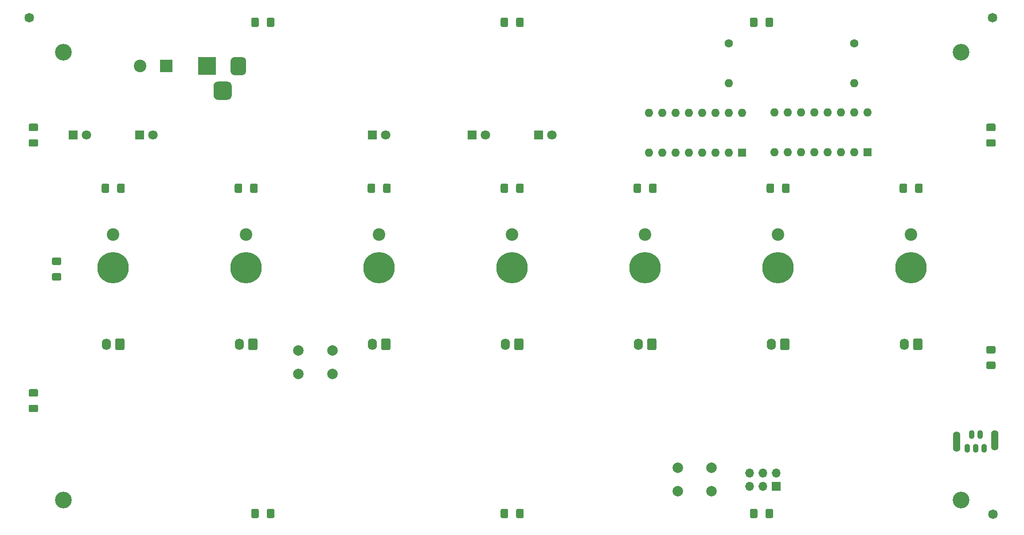
<source format=gts>
G04 #@! TF.GenerationSoftware,KiCad,Pcbnew,(5.1.10)-1*
G04 #@! TF.CreationDate,2021-09-06T17:19:25-07:00*
G04 #@! TF.ProjectId,TBM930 - De-ice panel,54424d39-3330-4202-9d20-44652d696365,rev?*
G04 #@! TF.SameCoordinates,Original*
G04 #@! TF.FileFunction,Soldermask,Top*
G04 #@! TF.FilePolarity,Negative*
%FSLAX46Y46*%
G04 Gerber Fmt 4.6, Leading zero omitted, Abs format (unit mm)*
G04 Created by KiCad (PCBNEW (5.1.10)-1) date 2021-09-06 17:19:25*
%MOMM*%
%LPD*%
G01*
G04 APERTURE LIST*
%ADD10C,1.820000*%
%ADD11C,2.000000*%
%ADD12R,1.700000X1.700000*%
%ADD13O,1.700000X1.700000*%
%ADD14C,3.200000*%
%ADD15C,6.000000*%
%ADD16C,2.400000*%
%ADD17R,1.800000X1.800000*%
%ADD18C,1.800000*%
%ADD19O,1.740000X2.190000*%
%ADD20R,1.600000X1.600000*%
%ADD21O,1.600000X1.600000*%
%ADD22R,2.400000X2.400000*%
%ADD23C,1.600000*%
%ADD24R,3.500000X3.500000*%
%ADD25O,1.100000X1.700000*%
%ADD26O,1.400000X3.900000*%
G04 APERTURE END LIST*
D10*
X226470000Y-140445000D03*
X226370000Y-45445000D03*
X42370000Y-45445000D03*
D11*
X172720000Y-136072000D03*
X172720000Y-131572000D03*
X166220000Y-136072000D03*
X166220000Y-131572000D03*
D12*
X185070000Y-135095000D03*
D13*
X185070000Y-132555000D03*
X182530000Y-135095000D03*
X182530000Y-132555000D03*
X179990000Y-135095000D03*
X179990000Y-132555000D03*
D11*
X100270000Y-109145000D03*
X100270000Y-113645000D03*
X93770000Y-109145000D03*
X93770000Y-113645000D03*
D14*
X220345000Y-137795000D03*
X220345000Y-52070000D03*
X48895000Y-137795000D03*
X48895000Y-52070000D03*
D15*
X210820000Y-93345000D03*
D16*
X210820000Y-86945000D03*
D15*
X185420000Y-93345000D03*
D16*
X185420000Y-86945000D03*
D15*
X160020000Y-93345000D03*
D16*
X160020000Y-86945000D03*
D15*
X134620000Y-93345000D03*
D16*
X134620000Y-86945000D03*
D15*
X109220000Y-93345000D03*
D16*
X109220000Y-86945000D03*
D15*
X83820000Y-93345000D03*
D16*
X83820000Y-86945000D03*
D15*
X58420000Y-93345000D03*
D16*
X58420000Y-86945000D03*
D17*
X50800000Y-67945000D03*
D18*
X53340000Y-67945000D03*
X66040000Y-67945000D03*
D17*
X63500000Y-67945000D03*
X107950000Y-67945000D03*
D18*
X110490000Y-67945000D03*
X129540000Y-67945000D03*
D17*
X127000000Y-67945000D03*
X139700000Y-67945000D03*
D18*
X142240000Y-67945000D03*
G36*
G01*
X60560000Y-107104999D02*
X60560000Y-108795001D01*
G75*
G02*
X60310001Y-109045000I-249999J0D01*
G01*
X59069999Y-109045000D01*
G75*
G02*
X58820000Y-108795001I0J249999D01*
G01*
X58820000Y-107104999D01*
G75*
G02*
X59069999Y-106855000I249999J0D01*
G01*
X60310001Y-106855000D01*
G75*
G02*
X60560000Y-107104999I0J-249999D01*
G01*
G37*
D19*
X57150000Y-107950000D03*
X82550000Y-107950000D03*
G36*
G01*
X85960000Y-107104999D02*
X85960000Y-108795001D01*
G75*
G02*
X85710001Y-109045000I-249999J0D01*
G01*
X84469999Y-109045000D01*
G75*
G02*
X84220000Y-108795001I0J249999D01*
G01*
X84220000Y-107104999D01*
G75*
G02*
X84469999Y-106855000I249999J0D01*
G01*
X85710001Y-106855000D01*
G75*
G02*
X85960000Y-107104999I0J-249999D01*
G01*
G37*
G36*
G01*
X111360000Y-107104999D02*
X111360000Y-108795001D01*
G75*
G02*
X111110001Y-109045000I-249999J0D01*
G01*
X109869999Y-109045000D01*
G75*
G02*
X109620000Y-108795001I0J249999D01*
G01*
X109620000Y-107104999D01*
G75*
G02*
X109869999Y-106855000I249999J0D01*
G01*
X111110001Y-106855000D01*
G75*
G02*
X111360000Y-107104999I0J-249999D01*
G01*
G37*
X107950000Y-107950000D03*
X133350000Y-107950000D03*
G36*
G01*
X136760000Y-107104999D02*
X136760000Y-108795001D01*
G75*
G02*
X136510001Y-109045000I-249999J0D01*
G01*
X135269999Y-109045000D01*
G75*
G02*
X135020000Y-108795001I0J249999D01*
G01*
X135020000Y-107104999D01*
G75*
G02*
X135269999Y-106855000I249999J0D01*
G01*
X136510001Y-106855000D01*
G75*
G02*
X136760000Y-107104999I0J-249999D01*
G01*
G37*
G36*
G01*
X162160000Y-107104999D02*
X162160000Y-108795001D01*
G75*
G02*
X161910001Y-109045000I-249999J0D01*
G01*
X160669999Y-109045000D01*
G75*
G02*
X160420000Y-108795001I0J249999D01*
G01*
X160420000Y-107104999D01*
G75*
G02*
X160669999Y-106855000I249999J0D01*
G01*
X161910001Y-106855000D01*
G75*
G02*
X162160000Y-107104999I0J-249999D01*
G01*
G37*
X158750000Y-107950000D03*
X184150000Y-107950000D03*
G36*
G01*
X187560000Y-107104999D02*
X187560000Y-108795001D01*
G75*
G02*
X187310001Y-109045000I-249999J0D01*
G01*
X186069999Y-109045000D01*
G75*
G02*
X185820000Y-108795001I0J249999D01*
G01*
X185820000Y-107104999D01*
G75*
G02*
X186069999Y-106855000I249999J0D01*
G01*
X187310001Y-106855000D01*
G75*
G02*
X187560000Y-107104999I0J-249999D01*
G01*
G37*
G36*
G01*
X212960000Y-107104999D02*
X212960000Y-108795001D01*
G75*
G02*
X212710001Y-109045000I-249999J0D01*
G01*
X211469999Y-109045000D01*
G75*
G02*
X211220000Y-108795001I0J249999D01*
G01*
X211220000Y-107104999D01*
G75*
G02*
X211469999Y-106855000I249999J0D01*
G01*
X212710001Y-106855000D01*
G75*
G02*
X212960000Y-107104999I0J-249999D01*
G01*
G37*
X209550000Y-107950000D03*
D20*
X178500000Y-71267000D03*
D21*
X160720000Y-63647000D03*
X175960000Y-71267000D03*
X163260000Y-63647000D03*
X173420000Y-71267000D03*
X165800000Y-63647000D03*
X170880000Y-71267000D03*
X168340000Y-63647000D03*
X168340000Y-71267000D03*
X170880000Y-63647000D03*
X165800000Y-71267000D03*
X173420000Y-63647000D03*
X163260000Y-71267000D03*
X175960000Y-63647000D03*
X160720000Y-71267000D03*
X178500000Y-63647000D03*
X202500000Y-63624000D03*
X184720000Y-71244000D03*
X199960000Y-63624000D03*
X187260000Y-71244000D03*
X197420000Y-63624000D03*
X189800000Y-71244000D03*
X194880000Y-63624000D03*
X192340000Y-71244000D03*
X192340000Y-63624000D03*
X194880000Y-71244000D03*
X189800000Y-63624000D03*
X197420000Y-71244000D03*
X187260000Y-63624000D03*
X199960000Y-71244000D03*
X184720000Y-63624000D03*
D20*
X202500000Y-71244000D03*
D22*
X68570000Y-54695000D03*
D16*
X63570000Y-54695000D03*
D21*
X175970000Y-57965000D03*
D23*
X175970000Y-50345000D03*
X199970000Y-50345000D03*
D21*
X199970000Y-57965000D03*
G36*
G01*
X48250000Y-95762500D02*
X47000000Y-95762500D01*
G75*
G02*
X46750000Y-95512500I0J250000D01*
G01*
X46750000Y-94587500D01*
G75*
G02*
X47000000Y-94337500I250000J0D01*
G01*
X48250000Y-94337500D01*
G75*
G02*
X48500000Y-94587500I0J-250000D01*
G01*
X48500000Y-95512500D01*
G75*
G02*
X48250000Y-95762500I-250000J0D01*
G01*
G37*
G36*
G01*
X48250000Y-92787500D02*
X47000000Y-92787500D01*
G75*
G02*
X46750000Y-92537500I0J250000D01*
G01*
X46750000Y-91612500D01*
G75*
G02*
X47000000Y-91362500I250000J0D01*
G01*
X48250000Y-91362500D01*
G75*
G02*
X48500000Y-91612500I0J-250000D01*
G01*
X48500000Y-92537500D01*
G75*
G02*
X48250000Y-92787500I-250000J0D01*
G01*
G37*
G36*
G01*
X60620000Y-77480000D02*
X60620000Y-78730000D01*
G75*
G02*
X60370000Y-78980000I-250000J0D01*
G01*
X59445000Y-78980000D01*
G75*
G02*
X59195000Y-78730000I0J250000D01*
G01*
X59195000Y-77480000D01*
G75*
G02*
X59445000Y-77230000I250000J0D01*
G01*
X60370000Y-77230000D01*
G75*
G02*
X60620000Y-77480000I0J-250000D01*
G01*
G37*
G36*
G01*
X57645000Y-77480000D02*
X57645000Y-78730000D01*
G75*
G02*
X57395000Y-78980000I-250000J0D01*
G01*
X56470000Y-78980000D01*
G75*
G02*
X56220000Y-78730000I0J250000D01*
G01*
X56220000Y-77480000D01*
G75*
G02*
X56470000Y-77230000I250000J0D01*
G01*
X57395000Y-77230000D01*
G75*
G02*
X57645000Y-77480000I0J-250000D01*
G01*
G37*
G36*
G01*
X83045000Y-77480000D02*
X83045000Y-78730000D01*
G75*
G02*
X82795000Y-78980000I-250000J0D01*
G01*
X81870000Y-78980000D01*
G75*
G02*
X81620000Y-78730000I0J250000D01*
G01*
X81620000Y-77480000D01*
G75*
G02*
X81870000Y-77230000I250000J0D01*
G01*
X82795000Y-77230000D01*
G75*
G02*
X83045000Y-77480000I0J-250000D01*
G01*
G37*
G36*
G01*
X86020000Y-77480000D02*
X86020000Y-78730000D01*
G75*
G02*
X85770000Y-78980000I-250000J0D01*
G01*
X84845000Y-78980000D01*
G75*
G02*
X84595000Y-78730000I0J250000D01*
G01*
X84595000Y-77480000D01*
G75*
G02*
X84845000Y-77230000I250000J0D01*
G01*
X85770000Y-77230000D01*
G75*
G02*
X86020000Y-77480000I0J-250000D01*
G01*
G37*
G36*
G01*
X108445000Y-77480000D02*
X108445000Y-78730000D01*
G75*
G02*
X108195000Y-78980000I-250000J0D01*
G01*
X107270000Y-78980000D01*
G75*
G02*
X107020000Y-78730000I0J250000D01*
G01*
X107020000Y-77480000D01*
G75*
G02*
X107270000Y-77230000I250000J0D01*
G01*
X108195000Y-77230000D01*
G75*
G02*
X108445000Y-77480000I0J-250000D01*
G01*
G37*
G36*
G01*
X111420000Y-77480000D02*
X111420000Y-78730000D01*
G75*
G02*
X111170000Y-78980000I-250000J0D01*
G01*
X110245000Y-78980000D01*
G75*
G02*
X109995000Y-78730000I0J250000D01*
G01*
X109995000Y-77480000D01*
G75*
G02*
X110245000Y-77230000I250000J0D01*
G01*
X111170000Y-77230000D01*
G75*
G02*
X111420000Y-77480000I0J-250000D01*
G01*
G37*
G36*
G01*
X136820000Y-77480000D02*
X136820000Y-78730000D01*
G75*
G02*
X136570000Y-78980000I-250000J0D01*
G01*
X135645000Y-78980000D01*
G75*
G02*
X135395000Y-78730000I0J250000D01*
G01*
X135395000Y-77480000D01*
G75*
G02*
X135645000Y-77230000I250000J0D01*
G01*
X136570000Y-77230000D01*
G75*
G02*
X136820000Y-77480000I0J-250000D01*
G01*
G37*
G36*
G01*
X133845000Y-77480000D02*
X133845000Y-78730000D01*
G75*
G02*
X133595000Y-78980000I-250000J0D01*
G01*
X132670000Y-78980000D01*
G75*
G02*
X132420000Y-78730000I0J250000D01*
G01*
X132420000Y-77480000D01*
G75*
G02*
X132670000Y-77230000I250000J0D01*
G01*
X133595000Y-77230000D01*
G75*
G02*
X133845000Y-77480000I0J-250000D01*
G01*
G37*
G36*
G01*
X159245000Y-77480000D02*
X159245000Y-78730000D01*
G75*
G02*
X158995000Y-78980000I-250000J0D01*
G01*
X158070000Y-78980000D01*
G75*
G02*
X157820000Y-78730000I0J250000D01*
G01*
X157820000Y-77480000D01*
G75*
G02*
X158070000Y-77230000I250000J0D01*
G01*
X158995000Y-77230000D01*
G75*
G02*
X159245000Y-77480000I0J-250000D01*
G01*
G37*
G36*
G01*
X162220000Y-77480000D02*
X162220000Y-78730000D01*
G75*
G02*
X161970000Y-78980000I-250000J0D01*
G01*
X161045000Y-78980000D01*
G75*
G02*
X160795000Y-78730000I0J250000D01*
G01*
X160795000Y-77480000D01*
G75*
G02*
X161045000Y-77230000I250000J0D01*
G01*
X161970000Y-77230000D01*
G75*
G02*
X162220000Y-77480000I0J-250000D01*
G01*
G37*
G36*
G01*
X187620000Y-77480000D02*
X187620000Y-78730000D01*
G75*
G02*
X187370000Y-78980000I-250000J0D01*
G01*
X186445000Y-78980000D01*
G75*
G02*
X186195000Y-78730000I0J250000D01*
G01*
X186195000Y-77480000D01*
G75*
G02*
X186445000Y-77230000I250000J0D01*
G01*
X187370000Y-77230000D01*
G75*
G02*
X187620000Y-77480000I0J-250000D01*
G01*
G37*
G36*
G01*
X184645000Y-77480000D02*
X184645000Y-78730000D01*
G75*
G02*
X184395000Y-78980000I-250000J0D01*
G01*
X183470000Y-78980000D01*
G75*
G02*
X183220000Y-78730000I0J250000D01*
G01*
X183220000Y-77480000D01*
G75*
G02*
X183470000Y-77230000I250000J0D01*
G01*
X184395000Y-77230000D01*
G75*
G02*
X184645000Y-77480000I0J-250000D01*
G01*
G37*
G36*
G01*
X210045000Y-77480000D02*
X210045000Y-78730000D01*
G75*
G02*
X209795000Y-78980000I-250000J0D01*
G01*
X208870000Y-78980000D01*
G75*
G02*
X208620000Y-78730000I0J250000D01*
G01*
X208620000Y-77480000D01*
G75*
G02*
X208870000Y-77230000I250000J0D01*
G01*
X209795000Y-77230000D01*
G75*
G02*
X210045000Y-77480000I0J-250000D01*
G01*
G37*
G36*
G01*
X213020000Y-77480000D02*
X213020000Y-78730000D01*
G75*
G02*
X212770000Y-78980000I-250000J0D01*
G01*
X211845000Y-78980000D01*
G75*
G02*
X211595000Y-78730000I0J250000D01*
G01*
X211595000Y-77480000D01*
G75*
G02*
X211845000Y-77230000I250000J0D01*
G01*
X212770000Y-77230000D01*
G75*
G02*
X213020000Y-77480000I0J-250000D01*
G01*
G37*
G36*
G01*
X86220000Y-45730000D02*
X86220000Y-46980000D01*
G75*
G02*
X85970000Y-47230000I-250000J0D01*
G01*
X85045000Y-47230000D01*
G75*
G02*
X84795000Y-46980000I0J250000D01*
G01*
X84795000Y-45730000D01*
G75*
G02*
X85045000Y-45480000I250000J0D01*
G01*
X85970000Y-45480000D01*
G75*
G02*
X86220000Y-45730000I0J-250000D01*
G01*
G37*
G36*
G01*
X89195000Y-45730000D02*
X89195000Y-46980000D01*
G75*
G02*
X88945000Y-47230000I-250000J0D01*
G01*
X88020000Y-47230000D01*
G75*
G02*
X87770000Y-46980000I0J250000D01*
G01*
X87770000Y-45730000D01*
G75*
G02*
X88020000Y-45480000I250000J0D01*
G01*
X88945000Y-45480000D01*
G75*
G02*
X89195000Y-45730000I0J-250000D01*
G01*
G37*
G36*
G01*
X136820000Y-45730000D02*
X136820000Y-46980000D01*
G75*
G02*
X136570000Y-47230000I-250000J0D01*
G01*
X135645000Y-47230000D01*
G75*
G02*
X135395000Y-46980000I0J250000D01*
G01*
X135395000Y-45730000D01*
G75*
G02*
X135645000Y-45480000I250000J0D01*
G01*
X136570000Y-45480000D01*
G75*
G02*
X136820000Y-45730000I0J-250000D01*
G01*
G37*
G36*
G01*
X133845000Y-45730000D02*
X133845000Y-46980000D01*
G75*
G02*
X133595000Y-47230000I-250000J0D01*
G01*
X132670000Y-47230000D01*
G75*
G02*
X132420000Y-46980000I0J250000D01*
G01*
X132420000Y-45730000D01*
G75*
G02*
X132670000Y-45480000I250000J0D01*
G01*
X133595000Y-45480000D01*
G75*
G02*
X133845000Y-45730000I0J-250000D01*
G01*
G37*
G36*
G01*
X181470000Y-45730000D02*
X181470000Y-46980000D01*
G75*
G02*
X181220000Y-47230000I-250000J0D01*
G01*
X180295000Y-47230000D01*
G75*
G02*
X180045000Y-46980000I0J250000D01*
G01*
X180045000Y-45730000D01*
G75*
G02*
X180295000Y-45480000I250000J0D01*
G01*
X181220000Y-45480000D01*
G75*
G02*
X181470000Y-45730000I0J-250000D01*
G01*
G37*
G36*
G01*
X184445000Y-45730000D02*
X184445000Y-46980000D01*
G75*
G02*
X184195000Y-47230000I-250000J0D01*
G01*
X183270000Y-47230000D01*
G75*
G02*
X183020000Y-46980000I0J250000D01*
G01*
X183020000Y-45730000D01*
G75*
G02*
X183270000Y-45480000I250000J0D01*
G01*
X184195000Y-45480000D01*
G75*
G02*
X184445000Y-45730000I0J-250000D01*
G01*
G37*
G36*
G01*
X89195000Y-139710000D02*
X89195000Y-140960000D01*
G75*
G02*
X88945000Y-141210000I-250000J0D01*
G01*
X88020000Y-141210000D01*
G75*
G02*
X87770000Y-140960000I0J250000D01*
G01*
X87770000Y-139710000D01*
G75*
G02*
X88020000Y-139460000I250000J0D01*
G01*
X88945000Y-139460000D01*
G75*
G02*
X89195000Y-139710000I0J-250000D01*
G01*
G37*
G36*
G01*
X86220000Y-139710000D02*
X86220000Y-140960000D01*
G75*
G02*
X85970000Y-141210000I-250000J0D01*
G01*
X85045000Y-141210000D01*
G75*
G02*
X84795000Y-140960000I0J250000D01*
G01*
X84795000Y-139710000D01*
G75*
G02*
X85045000Y-139460000I250000J0D01*
G01*
X85970000Y-139460000D01*
G75*
G02*
X86220000Y-139710000I0J-250000D01*
G01*
G37*
G36*
G01*
X133845000Y-139710000D02*
X133845000Y-140960000D01*
G75*
G02*
X133595000Y-141210000I-250000J0D01*
G01*
X132670000Y-141210000D01*
G75*
G02*
X132420000Y-140960000I0J250000D01*
G01*
X132420000Y-139710000D01*
G75*
G02*
X132670000Y-139460000I250000J0D01*
G01*
X133595000Y-139460000D01*
G75*
G02*
X133845000Y-139710000I0J-250000D01*
G01*
G37*
G36*
G01*
X136820000Y-139710000D02*
X136820000Y-140960000D01*
G75*
G02*
X136570000Y-141210000I-250000J0D01*
G01*
X135645000Y-141210000D01*
G75*
G02*
X135395000Y-140960000I0J250000D01*
G01*
X135395000Y-139710000D01*
G75*
G02*
X135645000Y-139460000I250000J0D01*
G01*
X136570000Y-139460000D01*
G75*
G02*
X136820000Y-139710000I0J-250000D01*
G01*
G37*
G36*
G01*
X184445000Y-139710000D02*
X184445000Y-140960000D01*
G75*
G02*
X184195000Y-141210000I-250000J0D01*
G01*
X183270000Y-141210000D01*
G75*
G02*
X183020000Y-140960000I0J250000D01*
G01*
X183020000Y-139710000D01*
G75*
G02*
X183270000Y-139460000I250000J0D01*
G01*
X184195000Y-139460000D01*
G75*
G02*
X184445000Y-139710000I0J-250000D01*
G01*
G37*
G36*
G01*
X181470000Y-139710000D02*
X181470000Y-140960000D01*
G75*
G02*
X181220000Y-141210000I-250000J0D01*
G01*
X180295000Y-141210000D01*
G75*
G02*
X180045000Y-140960000I0J250000D01*
G01*
X180045000Y-139710000D01*
G75*
G02*
X180295000Y-139460000I250000J0D01*
G01*
X181220000Y-139460000D01*
G75*
G02*
X181470000Y-139710000I0J-250000D01*
G01*
G37*
G36*
G01*
X43805000Y-67170000D02*
X42555000Y-67170000D01*
G75*
G02*
X42305000Y-66920000I0J250000D01*
G01*
X42305000Y-65995000D01*
G75*
G02*
X42555000Y-65745000I250000J0D01*
G01*
X43805000Y-65745000D01*
G75*
G02*
X44055000Y-65995000I0J-250000D01*
G01*
X44055000Y-66920000D01*
G75*
G02*
X43805000Y-67170000I-250000J0D01*
G01*
G37*
G36*
G01*
X43805000Y-70145000D02*
X42555000Y-70145000D01*
G75*
G02*
X42305000Y-69895000I0J250000D01*
G01*
X42305000Y-68970000D01*
G75*
G02*
X42555000Y-68720000I250000J0D01*
G01*
X43805000Y-68720000D01*
G75*
G02*
X44055000Y-68970000I0J-250000D01*
G01*
X44055000Y-69895000D01*
G75*
G02*
X43805000Y-70145000I-250000J0D01*
G01*
G37*
G36*
G01*
X43805000Y-120945000D02*
X42555000Y-120945000D01*
G75*
G02*
X42305000Y-120695000I0J250000D01*
G01*
X42305000Y-119770000D01*
G75*
G02*
X42555000Y-119520000I250000J0D01*
G01*
X43805000Y-119520000D01*
G75*
G02*
X44055000Y-119770000I0J-250000D01*
G01*
X44055000Y-120695000D01*
G75*
G02*
X43805000Y-120945000I-250000J0D01*
G01*
G37*
G36*
G01*
X43805000Y-117970000D02*
X42555000Y-117970000D01*
G75*
G02*
X42305000Y-117720000I0J250000D01*
G01*
X42305000Y-116795000D01*
G75*
G02*
X42555000Y-116545000I250000J0D01*
G01*
X43805000Y-116545000D01*
G75*
G02*
X44055000Y-116795000I0J-250000D01*
G01*
X44055000Y-117720000D01*
G75*
G02*
X43805000Y-117970000I-250000J0D01*
G01*
G37*
G36*
G01*
X226685000Y-67170000D02*
X225435000Y-67170000D01*
G75*
G02*
X225185000Y-66920000I0J250000D01*
G01*
X225185000Y-65995000D01*
G75*
G02*
X225435000Y-65745000I250000J0D01*
G01*
X226685000Y-65745000D01*
G75*
G02*
X226935000Y-65995000I0J-250000D01*
G01*
X226935000Y-66920000D01*
G75*
G02*
X226685000Y-67170000I-250000J0D01*
G01*
G37*
G36*
G01*
X226685000Y-70145000D02*
X225435000Y-70145000D01*
G75*
G02*
X225185000Y-69895000I0J250000D01*
G01*
X225185000Y-68970000D01*
G75*
G02*
X225435000Y-68720000I250000J0D01*
G01*
X226685000Y-68720000D01*
G75*
G02*
X226935000Y-68970000I0J-250000D01*
G01*
X226935000Y-69895000D01*
G75*
G02*
X226685000Y-70145000I-250000J0D01*
G01*
G37*
G36*
G01*
X226685000Y-112690000D02*
X225435000Y-112690000D01*
G75*
G02*
X225185000Y-112440000I0J250000D01*
G01*
X225185000Y-111515000D01*
G75*
G02*
X225435000Y-111265000I250000J0D01*
G01*
X226685000Y-111265000D01*
G75*
G02*
X226935000Y-111515000I0J-250000D01*
G01*
X226935000Y-112440000D01*
G75*
G02*
X226685000Y-112690000I-250000J0D01*
G01*
G37*
G36*
G01*
X226685000Y-109715000D02*
X225435000Y-109715000D01*
G75*
G02*
X225185000Y-109465000I0J250000D01*
G01*
X225185000Y-108540000D01*
G75*
G02*
X225435000Y-108290000I250000J0D01*
G01*
X226685000Y-108290000D01*
G75*
G02*
X226935000Y-108540000I0J-250000D01*
G01*
X226935000Y-109465000D01*
G75*
G02*
X226685000Y-109715000I-250000J0D01*
G01*
G37*
D24*
X76327000Y-54737000D03*
G36*
G01*
X83827000Y-53737000D02*
X83827000Y-55737000D01*
G75*
G02*
X83077000Y-56487000I-750000J0D01*
G01*
X81577000Y-56487000D01*
G75*
G02*
X80827000Y-55737000I0J750000D01*
G01*
X80827000Y-53737000D01*
G75*
G02*
X81577000Y-52987000I750000J0D01*
G01*
X83077000Y-52987000D01*
G75*
G02*
X83827000Y-53737000I0J-750000D01*
G01*
G37*
G36*
G01*
X81077000Y-58562000D02*
X81077000Y-60312000D01*
G75*
G02*
X80202000Y-61187000I-875000J0D01*
G01*
X78452000Y-61187000D01*
G75*
G02*
X77577000Y-60312000I0J875000D01*
G01*
X77577000Y-58562000D01*
G75*
G02*
X78452000Y-57687000I875000J0D01*
G01*
X80202000Y-57687000D01*
G75*
G02*
X81077000Y-58562000I0J-875000D01*
G01*
G37*
D25*
X224770000Y-127845000D03*
X223170000Y-127845000D03*
X221570000Y-127845000D03*
X223970000Y-125245000D03*
X222370000Y-125245000D03*
D26*
X219520000Y-126545000D03*
X226820000Y-126345000D03*
M02*

</source>
